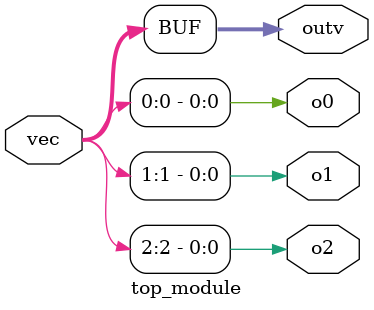
<source format=v>
module top_module (vec,outv, o2,o1,o0 );
input [2:0] vec;
output o2,o1,o0;
output [2:0] outv;

assign outv= vec;
assign o2= vec[2]; 
assign o1= vec[1]; 
assign o0= vec[0]; 

endmodule

</source>
